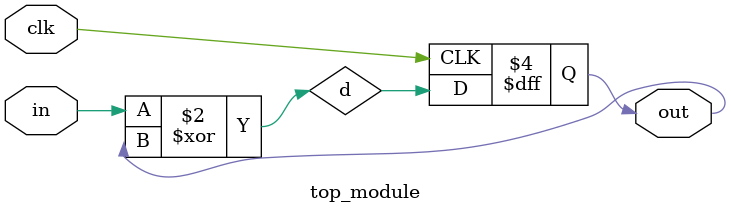
<source format=sv>
module top_module (
	input clk,
	input in,
	output logic out
);

logic d;

always_comb begin
	d = in ^ out;
end

always_ff @(posedge clk) begin
	out <= d;
end

endmodule

</source>
